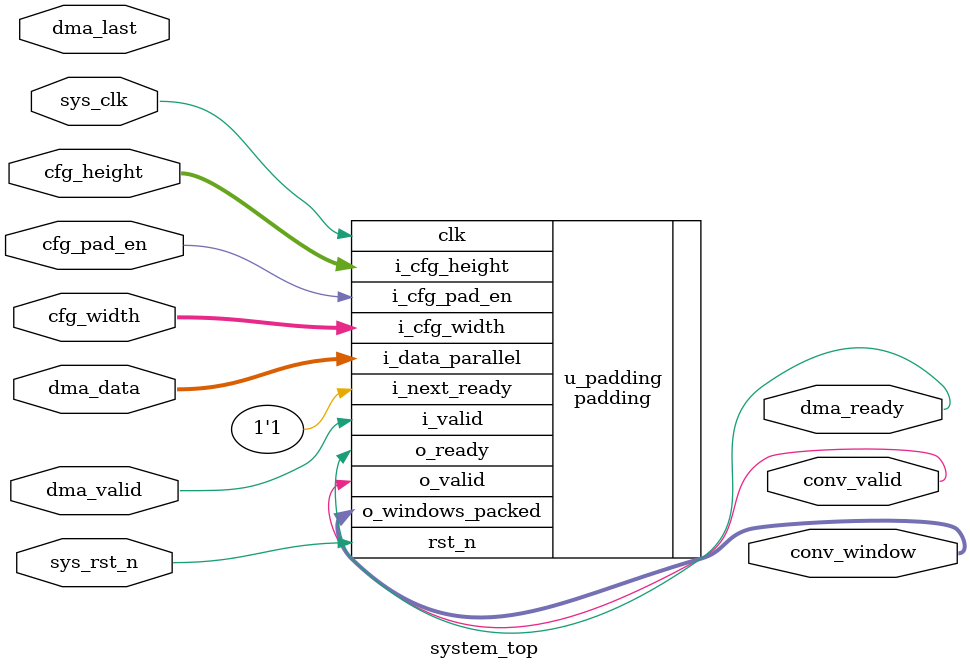
<source format=v>

    
//    // === Íâ²¿ÊäÈë (Ä£Äâ DMA) ===
//    input  wire        dma_valid,      // Valid
//    input  wire [63:0] dma_data,       // Data
//    output wire        dma_ready,      // Ready (·´Ñ¹Êä³ö¸ø DMA)
//   // ===  ¶¯Ì¬ÅäÖÃ½Ó¿Ú (ÐÂÔö) === 
//    input  wire [15:0] cfg_width,    // ÀýÈç 224
//    input  wire [15:0] cfg_height,   // ÀýÈç 224
//    input  wire        cfg_pad_en,
//    // === Íâ²¿Êä³ö (Ä£Äâ ¾í»ýºË½Ó¿Ú) ===
//    output wire        conv_valid,     
//    output wire [575:0] conv_window    // 3x3 * 8ch * 8bit
//);

//    // --- ÄÚ²¿ÎÕÊÖÐÅºÅ ---
//    wire [63:0] pp_data_out;    
//    wire        pp_valid_out;   
//    wire        padding_ready;  // ¡¾¹Ø¼ü¡¿ÏÖÔÚÕâ¸öÐÅºÅÓÉ Padding ÕæÕýÇý¶¯

//    // ============================================================
//    // 1. ÊµÀý»¯ Ping-Pong Buffer (ÊäÈë»º³å)
//    // ============================================================
//    pingpang u_pingpang (
//        .sys_clk            (sys_clk),
//        .sys_rst_n          (sys_rst_n),
        
//        // ÉÏÓÎ½Ó¿Ú (DMA <-> PingPang)
//        .data_en            (dma_valid),
//        .data_in            (dma_data),
//        .o_upstream_ready   (dma_ready),
        
//        // ÏÂÓÎ½Ó¿Ú (PingPang <-> Padding)
//        .i_downstream_ready (padding_ready), // ½ÓÊÕÀ´×Ô Padding µÄ·´Ñ¹
//        .o_downstream_valid (pp_valid_out),
//        .data_out           (pp_data_out)
//    );

//    // ============================================================
//    // 2. ÊµÀý»¯ Padding Module (»¬´°Éú³É)
//    // ============================================================
//    // ¼ÙÉèÄãÒÑ¾­ÔÚ padding.v ÖÐÌí¼ÓÁË output wire o_ready
    
//    padding #(
//        .NUM_CHANNELS (8),
//        .DATA_WIDTH   (8),
//        .MAX_IMG_WIDTH(1024),
//        .FILTER_SIZE  (3)
//    ) u_padding (
//        .clk             (sys_clk),
//        .rst_n           (sys_rst_n),
//        // ÊäÈëÁ÷        
//        .i_cfg_width     (cfg_width),
//        .i_cfg_height    (cfg_height),
//        .i_cfg_pad_en    (cfg_pad_en     ),
//        .i_valid         (pp_valid_out),
//        .i_data_parallel (pp_data_out),
//        .o_ready         (padding_ready), // ¡¾¹Ø¼ü¡¿Á¬½Ó·´Ñ¹Êä³ö
        
//        // Êä³öÁ÷
//        .o_valid         (conv_valid),
//        .o_windows_packed(conv_window)
//    );

//endmodule
`timescale 1ns / 1ps

module system_top(
    input  wire        sys_clk,
    input  wire        sys_rst_n,
    
    // === Íâ²¿ÊäÈë (À´×Ô FPGA Top / DMA) ===
    input  wire        dma_valid,      
    input  wire [63:0] dma_data,       
    input  wire        dma_last,       // (¿ÉÑ¡) Èç¹ûÊ¹ÓÃ¼ÆÊýÆ÷°æPadding£¬Õâ¸ö¿ÉÒÔÐü¿Õ
    output wire        dma_ready,      // Ö±½ÓÓÉ Padding µÄ FIFO Çý¶¯
    
    // === ¶¯Ì¬ÅäÖÃ½Ó¿Ú ===
    input  wire [15:0] cfg_width,
    input  wire [15:0] cfg_height,
    input  wire        cfg_pad_en,
    
    // === Íâ²¿Êä³ö (¸ø¾í»ýºË) ===
    output wire        conv_valid,     
    output wire [575:0] conv_window    // 3x3 * 8ch * 8bit
);

    // ============================================================
    // 1. Padding Module Ö±Á¬
    // ============================================================
    // ×¢Òâ£ºÕâÀïÇëÈ·±£ÄãÊ¹ÓÃµÄÊÇÖ®Ç°Ìá¹©µÄ¡¾¼ÆÊýÆ÷°æ Auto-Flush¡¿padding.v
    // ÒòÎªÈ¥µôÁË PingPong£¬Padding ±ØÐë×Ô¼º¸ºÔð´¦ÀíÊý¾ÝÁ÷µÄÄ©Î²
    
    padding #(
        .NUM_CHANNELS (8),
        .DATA_WIDTH   (8),
        .MAX_IMG_WIDTH(1024),
        .FILTER_SIZE  (3)
    ) u_padding (
        .clk             (sys_clk),
        .rst_n           (sys_rst_n),
        
        // --- ºËÐÄÐÞ¸Ä£ºÖ±½ÓÁ¬½Ó DMA ÐÅºÅ ---
        .i_valid         (dma_valid),      
        .i_data_parallel (dma_data),       
        .o_ready         (dma_ready),      // Padding ÄÚ²¿ FIFO ÂúÊ±À­µÍ Ready
        
        // ¶¯Ì¬ÅäÖÃ
        .i_cfg_width     (cfg_width),
        .i_cfg_height    (cfg_height),
        .i_cfg_pad_en    (cfg_pad_en),
        
        // ÏÂÓÎ·´Ñ¹ (¼ÙÉè¾í»ýºËÊ¼ÖÕ Ready£¬Èç¹û²»ÊÇ£¬ÇëÁ¬½ÓÊµ¼ÊÐÅºÅ)
        .i_next_ready    (1'b1), 
        
        // Êä³ö
        .o_valid         (conv_valid),
        .o_windows_packed(conv_window)
    );

endmodule

</source>
